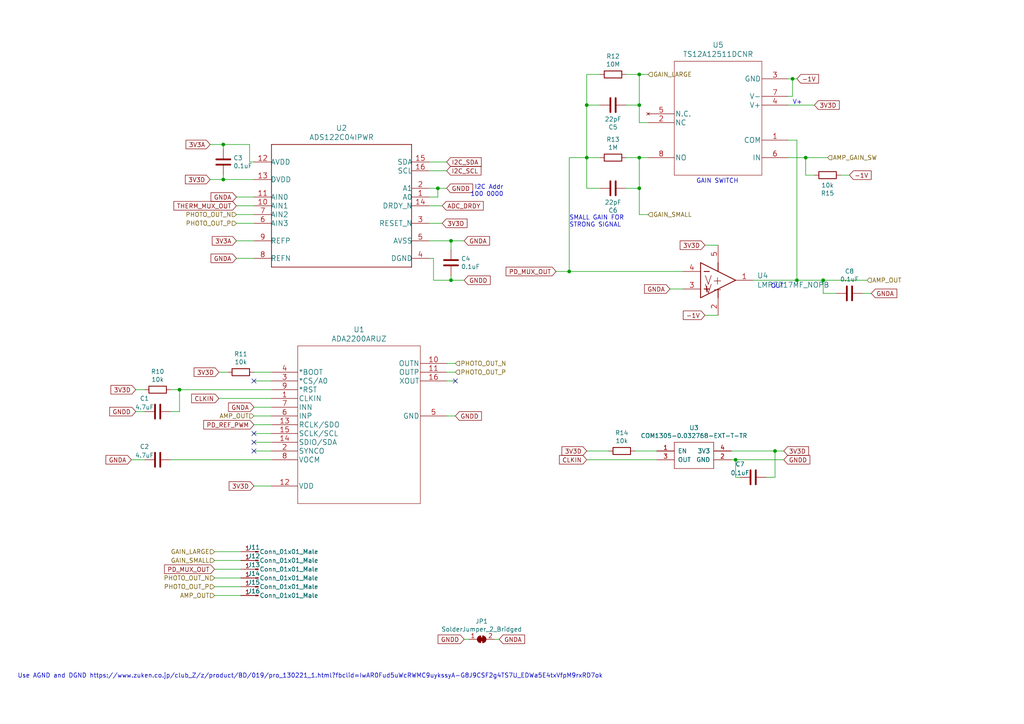
<source format=kicad_sch>
(kicad_sch (version 20211123) (generator eeschema)
  (paper "A4")
  (lib_symbols
    (symbol "Connector:Conn_01x01_Male" (pin_names (offset 1.016) hide)
      (property "Reference" "J" (at 0 2.54 0))
      (property "Value" "Conn_01x01_Male" (at 0 -2.54 0))
      (symbol "Conn_01x01_Male_1_1"
        (polyline (pts (xy 1.27 0) (xy 0.8636 0)) (stroke (width 0.1524)))
        (rectangle (start 0.8636 0.127) (end 0 -0.127) (stroke (width 0.1524)) (fill (type outline)))
        (pin passive line (at 5.08 0 180) (length 3.81) (name "Pin_1") (number "1"))
      )
    )
    (symbol "Device:C" (pin_numbers hide) (pin_names (offset 0.254))
      (property "Reference" "C" (at 0.635 2.54 0))
      (property "Value" "C" (at 0.635 -2.54 0))
      (symbol "C_0_1"
        (polyline (pts (xy -2.032 -0.762) (xy 2.032 -0.762)) (stroke (width 0.508)))
        (polyline (pts (xy -2.032 0.762) (xy 2.032 0.762)) (stroke (width 0.508)))
      )
      (symbol "C_1_1"
        (pin passive line (at 0 3.81 270) (length 2.794) (name "~") (number "1"))
        (pin passive line (at 0 -3.81 90) (length 2.794) (name "~") (number "2"))
      )
    )
    (symbol "Device:R" (pin_numbers hide) (pin_names (offset 0))
      (property "Reference" "R" (at 2.032 0 90))
      (property "Value" "R" (at 0 0 90))
      (symbol "R_0_1"
        (rectangle (start -1.016 -2.54) (end 1.016 2.54) (stroke (width 0.254)))
      )
      (symbol "R_1_1"
        (pin passive line (at 0 3.81 270) (length 1.27) (name "~") (number "1"))
        (pin passive line (at 0 -3.81 90) (length 1.27) (name "~") (number "2"))
      )
    )
    (symbol "Jumper:SolderJumper_2_Bridged" (pin_names (offset 0) hide)
      (property "Reference" "JP" (at 0 2.032 0))
      (property "Value" "SolderJumper_2_Bridged" (at 0 -2.54 0))
      (symbol "SolderJumper_2_Bridged_0_1"
        (rectangle (start -0.508 0.508) (end 0.508 -0.508) (fill (type outline)))
        (arc (start -0.254 1.016) (mid -1.27 0) (end -0.254 -1.016))
        (arc (start -0.254 1.016) (mid -1.27 0) (end -0.254 -1.016) (fill (type outline)))
        (polyline (pts (xy -0.254 1.016) (xy -0.254 -1.016)))
        (polyline (pts (xy 0.254 1.016) (xy 0.254 -1.016)))
        (arc (start 0.254 -1.016) (mid 1.27 0) (end 0.254 1.016))
        (arc (start 0.254 -1.016) (mid 1.27 0) (end 0.254 1.016) (fill (type outline)))
      )
      (symbol "SolderJumper_2_Bridged_1_1"
        (pin passive line (at -3.81 0 0) (length 2.54) (name "A") (number "1"))
        (pin passive line (at 3.81 0 180) (length 2.54) (name "B") (number "2"))
      )
    )
    (symbol "Ninja-qPCR:ADA2200ARUZ" (pin_names (offset 0.254))
      (property "Reference" "U" (at 25.4 12.7 0))
      (property "Value" "Ninja-qPCR_ADA2200ARUZ" (at 25.4 10.16 0))
      (symbol "ADA2200ARUZ_1_1"
        (polyline (pts (xy 7.62 -38.1) (xy 43.18 -38.1)) (stroke (width 0.127)))
        (polyline (pts (xy 7.62 7.62) (xy 7.62 -38.1)) (stroke (width 0.127)))
        (polyline (pts (xy 43.18 -38.1) (xy 43.18 7.62)) (stroke (width 0.127)))
        (polyline (pts (xy 43.18 7.62) (xy 7.62 7.62)) (stroke (width 0.127)))
        (pin unspecified line (at 0 -7.62 0) (length 7.62) (name "CLKIN") (number "1"))
        (pin unspecified line (at 50.8 2.54 180) (length 7.62) (name "OUTN") (number "10"))
        (pin unspecified line (at 50.8 0 180) (length 7.62) (name "OUTP") (number "11"))
        (pin unspecified line (at 0 -33.02 0) (length 7.62) (name "VDD") (number "12"))
        (pin unspecified line (at 0 -15.24 0) (length 7.62) (name "RCLK/SDO") (number "13"))
        (pin unspecified line (at 0 -20.32 0) (length 7.62) (name "SDIO/SDA") (number "14"))
        (pin unspecified line (at 0 -17.78 0) (length 7.62) (name "SCLK/SCL") (number "15"))
        (pin unspecified line (at 50.8 -2.54 180) (length 7.62) (name "XOUT") (number "16"))
        (pin unspecified line (at 0 -22.86 0) (length 7.62) (name "SYNCO") (number "2"))
        (pin unspecified line (at 0 -2.54 0) (length 7.62) (name "*CS/A0") (number "3"))
        (pin unspecified line (at 0 0 0) (length 7.62) (name "*BOOT") (number "4"))
        (pin unspecified line (at 50.8 -12.7 180) (length 7.62) (name "GND") (number "5"))
        (pin unspecified line (at 0 -12.7 0) (length 7.62) (name "INP") (number "6"))
        (pin unspecified line (at 0 -10.16 0) (length 7.62) (name "INN") (number "7"))
        (pin unspecified line (at 0 -25.4 0) (length 7.62) (name "VOCM") (number "8"))
        (pin unspecified line (at 0 -5.08 0) (length 7.62) (name "*RST") (number "9"))
      )
    )
    (symbol "Ninja-qPCR:ADS122C04IPWR" (pin_names (offset -0.254))
      (property "Reference" "U" (at 0 2.54 0))
      (property "Value" "Ninja-qPCR_ADS122C04IPWR" (at 0 0 0))
      (symbol "ADS122C04IPWR_1_1"
        (polyline (pts (xy -20.32 -17.78) (xy 20.32 -17.78)) (stroke (width 0.2032)))
        (polyline (pts (xy -20.32 17.78) (xy -20.32 -17.78)) (stroke (width 0.2032)))
        (polyline (pts (xy 20.32 -17.78) (xy 20.32 17.78)) (stroke (width 0.2032)))
        (polyline (pts (xy 20.32 17.78) (xy -20.32 17.78)) (stroke (width 0.2032)))
        (pin input line (at 25.4 2.54 180) (length 5.08) (name "A0") (number "1"))
        (pin input line (at -25.4 0 0) (length 5.08) (name "AIN1") (number "10"))
        (pin input line (at -25.4 2.54 0) (length 5.08) (name "AIN0") (number "11"))
        (pin power_in line (at -25.4 12.7 0) (length 5.08) (name "AVDD") (number "12"))
        (pin power_in line (at -25.4 7.62 0) (length 5.08) (name "DVDD") (number "13"))
        (pin output line (at 25.4 0 180) (length 5.08) (name "DRDY_N") (number "14"))
        (pin bidirectional line (at 25.4 12.7 180) (length 5.08) (name "SDA") (number "15"))
        (pin input line (at 25.4 10.16 180) (length 5.08) (name "SCL") (number "16"))
        (pin input line (at 25.4 5.08 180) (length 5.08) (name "A1") (number "2"))
        (pin input line (at 25.4 -5.08 180) (length 5.08) (name "RESET_N") (number "3"))
        (pin power_in line (at 25.4 -15.24 180) (length 5.08) (name "DGND") (number "4"))
        (pin power_in line (at 25.4 -10.16 180) (length 5.08) (name "AVSS") (number "5"))
        (pin input line (at -25.4 -5.08 0) (length 5.08) (name "AIN3") (number "6"))
        (pin input line (at -25.4 -2.54 0) (length 5.08) (name "AIN2") (number "7"))
        (pin input line (at -25.4 -15.24 0) (length 5.08) (name "REFN") (number "8"))
        (pin input line (at -25.4 -10.16 0) (length 5.08) (name "REFP") (number "9"))
      )
    )
    (symbol "Ninja-qPCR:COM1305-0.032768-EXT-T-TR" (pin_names (offset 1.016))
      (property "Reference" "U" (at 6.35 3.81 0))
      (property "Value" "Ninja-qPCR_COM1305-0.032768-EXT-T-TR" (at 11.43 -7.62 0))
      (symbol "COM1305-0.032768-EXT-T-TR_0_1"
        (rectangle (start 5.08 2.54) (end 16.51 -5.08))
      )
      (symbol "COM1305-0.032768-EXT-T-TR_1_1"
        (pin input line (at 0 0 0) (length 5.08) (name "EN") (number "1"))
        (pin input line (at 21.59 -2.54 180) (length 5.08) (name "GND") (number "2"))
        (pin input line (at 0 -2.54 0) (length 5.08) (name "OUT") (number "3"))
        (pin input line (at 21.59 0 180) (length 5.08) (name "3V3") (number "4"))
      )
    )
    (symbol "Ninja-qPCR:LMP7717MF_NOPB" (pin_names (offset 0) hide)
      (property "Reference" "U" (at 15.748 0.254 0))
      (property "Value" "Ninja-qPCR_LMP7717MF_NOPB" (at 15.748 -2.286 0))
      (symbol "LMP7717MF_NOPB_0_0"
        (text "V+" (at 3.81 -5.08 0) (effects (font (size 2.54 2.54))))
        (text "V-" (at 3.81 -7.62 0) (effects (font (size 2.54 2.54))))
      )
      (symbol "LMP7717MF_NOPB_1_1"
        (polyline (pts (xy 0 -10.16) (xy 10.16 -5.08)) (stroke (width 0.254)))
        (polyline (pts (xy 0 0) (xy 0 -10.16)) (stroke (width 0.254)))
        (polyline (pts (xy 0 0) (xy 10.16 -5.08)) (stroke (width 0.254)))
        (polyline (pts (xy 1.016 -7.62) (xy 2.54 -7.62)) (stroke (width 0.254)))
        (polyline (pts (xy 1.016 -2.54) (xy 2.54 -2.54)) (stroke (width 0.254)))
        (polyline (pts (xy 1.778 -6.858) (xy 1.778 -8.382)) (stroke (width 0.254)))
        (polyline (pts (xy 5.08 -7.62) (xy 5.08 -10.16)) (stroke (width 0.254)))
        (polyline (pts (xy 5.08 0) (xy 5.08 -2.54)) (stroke (width 0.254)))
        (pin output line (at 15.24 -5.08 180) (length 5.08) (name "OUT") (number "1"))
        (pin power_in line (at 5.08 -15.24 90) (length 5.08) (name "V-") (number "2"))
        (pin input line (at -5.08 -7.62 0) (length 5.08) (name "IN+") (number "3"))
        (pin input line (at -5.08 -2.54 0) (length 5.08) (name "IN-") (number "4"))
        (pin power_in line (at 5.08 5.08 270) (length 5.08) (name "V+") (number "5"))
      )
    )
    (symbol "Ninja-qPCR:TS12A12511DCNR" (pin_names (offset 0.254))
      (property "Reference" "U" (at 20.32 10.16 0))
      (property "Value" "Ninja-qPCR_TS12A12511DCNR" (at 20.32 7.62 0))
      (symbol "TS12A12511DCNR_1_1"
        (polyline (pts (xy 7.62 -27.94) (xy 33.02 -27.94)) (stroke (width 0.127)))
        (polyline (pts (xy 7.62 5.08) (xy 7.62 -27.94)) (stroke (width 0.127)))
        (polyline (pts (xy 33.02 -27.94) (xy 33.02 5.08)) (stroke (width 0.127)))
        (polyline (pts (xy 33.02 5.08) (xy 7.62 5.08)) (stroke (width 0.127)))
        (pin bidirectional line (at 0 -5.08 0) (length 7.62) (name "COM") (number "1"))
        (pin output line (at 40.64 -10.16 180) (length 7.62) (name "NC") (number "2"))
        (pin power_in line (at 0 -22.86 0) (length 7.62) (name "GND") (number "3"))
        (pin power_in line (at 0 -15.24 0) (length 7.62) (name "V+") (number "4"))
        (pin no_connect line (at 40.64 -12.7 180) (length 7.62) (name "N.C.") (number "5"))
        (pin input line (at 0 0 0) (length 7.62) (name "IN") (number "6"))
        (pin power_in line (at 0 -17.78 0) (length 7.62) (name "V-") (number "7"))
        (pin output line (at 40.64 0 180) (length 7.62) (name "NO") (number "8"))
      )
    )
  )
  (junction (at 130.81 81.28))
  (junction (at 170.18 30.48))
  (junction (at 229.87 22.86))
  (junction (at 130.81 69.85))
  (junction (at 64.77 52.07))
  (junction (at 233.68 45.72))
  (junction (at 224.79 130.81))
  (junction (at 185.42 54.61))
  (junction (at 185.42 45.72))
  (junction (at 52.07 113.03))
  (junction (at 185.42 30.48))
  (junction (at 127 54.61))
  (junction (at 165.1 78.74))
  (junction (at 170.18 45.72))
  (junction (at 213.36 133.35))
  (junction (at 64.77 41.91))
  (junction (at 185.42 21.59))
  (junction (at 238.76 81.28))
  (junction (at 231.14 81.28))
  (no_connect (at 132.08 110.49))
  (no_connect (at 73.66 110.49))
  (no_connect (at 73.66 130.81))
  (no_connect (at 73.66 125.73))
  (no_connect (at 73.66 128.27))
  (wire (pts (xy 124.46 54.61) (xy 127 54.61)))
  (wire (pts (xy 170.18 54.61) (xy 170.18 45.72)))
  (wire (pts (xy 185.42 30.48) (xy 185.42 21.59)))
  (wire (pts (xy 73.66 123.19) (xy 78.74 123.19)))
  (wire (pts (xy 64.77 41.91) (xy 72.39 41.91)))
  (wire (pts (xy 62.23 167.64) (xy 69.85 167.64)))
  (wire (pts (xy 229.87 22.86) (xy 228.6 22.86)))
  (wire (pts (xy 124.46 49.53) (xy 129.54 49.53)))
  (wire (pts (xy 185.42 45.72) (xy 187.96 45.72)))
  (wire (pts (xy 170.18 133.35) (xy 190.5 133.35)))
  (wire (pts (xy 125.73 81.28) (xy 125.73 74.93)))
  (wire (pts (xy 170.18 21.59) (xy 170.18 30.48)))
  (wire (pts (xy 176.53 130.81) (xy 170.18 130.81)))
  (wire (pts (xy 73.66 128.27) (xy 78.74 128.27)))
  (wire (pts (xy 62.23 160.02) (xy 69.85 160.02)))
  (wire (pts (xy 78.74 107.95) (xy 73.66 107.95)))
  (wire (pts (xy 73.66 130.81) (xy 78.74 130.81)))
  (wire (pts (xy 229.87 27.94) (xy 229.87 22.86)))
  (wire (pts (xy 185.42 35.56) (xy 185.42 30.48)))
  (wire (pts (xy 233.68 45.72) (xy 228.6 45.72)))
  (wire (pts (xy 134.62 185.42) (xy 135.89 185.42)))
  (wire (pts (xy 60.96 41.91) (xy 64.77 41.91)))
  (wire (pts (xy 213.36 133.35) (xy 227.33 133.35)))
  (wire (pts (xy 127 54.61) (xy 129.54 54.61)))
  (wire (pts (xy 181.61 21.59) (xy 185.42 21.59)))
  (wire (pts (xy 233.68 45.72) (xy 240.03 45.72)))
  (wire (pts (xy 224.79 138.43) (xy 224.79 130.81)))
  (wire (pts (xy 236.22 30.48) (xy 228.6 30.48)))
  (wire (pts (xy 38.1 133.35) (xy 41.91 133.35)))
  (wire (pts (xy 173.99 30.48) (xy 170.18 30.48)))
  (wire (pts (xy 128.27 59.69) (xy 124.46 59.69)))
  (wire (pts (xy 134.62 81.28) (xy 130.81 81.28)))
  (wire (pts (xy 181.61 54.61) (xy 185.42 54.61)))
  (wire (pts (xy 194.31 83.82) (xy 198.12 83.82)))
  (wire (pts (xy 60.96 52.07) (xy 64.77 52.07)))
  (wire (pts (xy 73.66 118.11) (xy 78.74 118.11)))
  (wire (pts (xy 124.46 46.99) (xy 129.54 46.99)))
  (wire (pts (xy 62.23 170.18) (xy 69.85 170.18)))
  (wire (pts (xy 173.99 54.61) (xy 170.18 54.61)))
  (wire (pts (xy 165.1 45.72) (xy 165.1 78.74)))
  (wire (pts (xy 78.74 125.73) (xy 73.66 125.73)))
  (wire (pts (xy 72.39 46.99) (xy 73.66 46.99)))
  (wire (pts (xy 173.99 21.59) (xy 170.18 21.59)))
  (wire (pts (xy 231.14 40.64) (xy 228.6 40.64)))
  (wire (pts (xy 224.79 130.81) (xy 227.33 130.81)))
  (wire (pts (xy 233.68 45.72) (xy 233.68 50.8)))
  (wire (pts (xy 73.66 140.97) (xy 78.74 140.97)))
  (wire (pts (xy 62.23 162.56) (xy 69.85 162.56)))
  (wire (pts (xy 204.47 91.44) (xy 208.28 91.44)))
  (wire (pts (xy 49.53 113.03) (xy 52.07 113.03)))
  (wire (pts (xy 252.73 85.09) (xy 250.19 85.09)))
  (wire (pts (xy 130.81 72.39) (xy 130.81 69.85)))
  (wire (pts (xy 170.18 30.48) (xy 170.18 45.72)))
  (wire (pts (xy 170.18 45.72) (xy 173.99 45.72)))
  (wire (pts (xy 144.78 185.42) (xy 143.51 185.42)))
  (wire (pts (xy 124.46 57.15) (xy 127 57.15)))
  (wire (pts (xy 132.08 105.41) (xy 129.54 105.41)))
  (wire (pts (xy 68.58 69.85) (xy 73.66 69.85)))
  (wire (pts (xy 128.27 64.77) (xy 124.46 64.77)))
  (wire (pts (xy 64.77 43.18) (xy 64.77 41.91)))
  (wire (pts (xy 68.58 57.15) (xy 73.66 57.15)))
  (wire (pts (xy 185.42 45.72) (xy 181.61 45.72)))
  (wire (pts (xy 218.44 81.28) (xy 231.14 81.28)))
  (wire (pts (xy 181.61 30.48) (xy 185.42 30.48)))
  (wire (pts (xy 62.23 172.72) (xy 69.85 172.72)))
  (wire (pts (xy 52.07 113.03) (xy 78.74 113.03)))
  (wire (pts (xy 246.38 50.8) (xy 243.84 50.8)))
  (wire (pts (xy 73.66 110.49) (xy 78.74 110.49)))
  (wire (pts (xy 198.12 78.74) (xy 165.1 78.74)))
  (wire (pts (xy 231.14 22.86) (xy 229.87 22.86)))
  (wire (pts (xy 213.36 138.43) (xy 213.36 133.35)))
  (wire (pts (xy 64.77 52.07) (xy 73.66 52.07)))
  (wire (pts (xy 49.53 133.35) (xy 78.74 133.35)))
  (wire (pts (xy 132.08 110.49) (xy 129.54 110.49)))
  (wire (pts (xy 130.81 69.85) (xy 134.62 69.85)))
  (wire (pts (xy 161.29 78.74) (xy 165.1 78.74)))
  (wire (pts (xy 187.96 62.23) (xy 185.42 62.23)))
  (wire (pts (xy 39.37 119.38) (xy 41.91 119.38)))
  (wire (pts (xy 125.73 74.93) (xy 124.46 74.93)))
  (wire (pts (xy 214.63 138.43) (xy 213.36 138.43)))
  (wire (pts (xy 212.09 133.35) (xy 213.36 133.35)))
  (wire (pts (xy 233.68 50.8) (xy 236.22 50.8)))
  (wire (pts (xy 231.14 81.28) (xy 238.76 81.28)))
  (wire (pts (xy 52.07 119.38) (xy 52.07 113.03)))
  (wire (pts (xy 63.5 107.95) (xy 66.04 107.95)))
  (wire (pts (xy 238.76 85.09) (xy 238.76 81.28)))
  (wire (pts (xy 127 57.15) (xy 127 54.61)))
  (wire (pts (xy 68.58 62.23) (xy 73.66 62.23)))
  (wire (pts (xy 242.57 85.09) (xy 238.76 85.09)))
  (wire (pts (xy 187.96 21.59) (xy 185.42 21.59)))
  (wire (pts (xy 39.37 113.03) (xy 41.91 113.03)))
  (wire (pts (xy 222.25 138.43) (xy 224.79 138.43)))
  (wire (pts (xy 68.58 59.69) (xy 73.66 59.69)))
  (wire (pts (xy 72.39 41.91) (xy 72.39 46.99)))
  (wire (pts (xy 238.76 81.28) (xy 251.46 81.28)))
  (wire (pts (xy 231.14 40.64) (xy 231.14 81.28)))
  (wire (pts (xy 132.08 107.95) (xy 129.54 107.95)))
  (wire (pts (xy 184.15 130.81) (xy 190.5 130.81)))
  (wire (pts (xy 64.77 50.8) (xy 64.77 52.07)))
  (wire (pts (xy 73.66 74.93) (xy 68.58 74.93)))
  (wire (pts (xy 185.42 54.61) (xy 185.42 62.23)))
  (wire (pts (xy 212.09 130.81) (xy 224.79 130.81)))
  (wire (pts (xy 204.47 71.12) (xy 208.28 71.12)))
  (wire (pts (xy 73.66 120.65) (xy 78.74 120.65)))
  (wire (pts (xy 62.23 165.1) (xy 69.85 165.1)))
  (wire (pts (xy 228.6 27.94) (xy 229.87 27.94)))
  (wire (pts (xy 132.08 120.65) (xy 129.54 120.65)))
  (wire (pts (xy 124.46 69.85) (xy 130.81 69.85)))
  (wire (pts (xy 130.81 81.28) (xy 125.73 81.28)))
  (wire (pts (xy 130.81 81.28) (xy 130.81 80.01)))
  (wire (pts (xy 49.53 119.38) (xy 52.07 119.38)))
  (wire (pts (xy 185.42 54.61) (xy 185.42 45.72)))
  (wire (pts (xy 73.66 64.77) (xy 68.58 64.77)))
  (wire (pts (xy 170.18 45.72) (xy 165.1 45.72)))
  (wire (pts (xy 63.5 115.57) (xy 78.74 115.57)))
  (wire (pts (xy 185.42 35.56) (xy 187.96 35.56)))
  (text "GAIN SWITCH" (at 201.93 53.34 0) (effects (font (size 1.27 1.27)) (justify left bottom)))
  (text "OUT" (at 223.52 83.82 0) (effects (font (size 1.27 1.27)) (justify left bottom)))
  (text "SMALL GAIN FOR\nSTRONG SIGNAL" (at 165.1 66.04 0) (effects (font (size 1.27 1.27)) (justify left bottom)))
  (text "I2C Addr\n100 0000" (at 146.05 57.15 180) (effects (font (size 1.27 1.27)) (justify right bottom)))
  (text "V+" (at 229.87 30.48 0) (effects (font (size 1.27 1.27)) (justify left bottom)))
  (text "Use AGND and DGND  https://www.zuken.co.jp/club_Z/z/product/BD/019/pro_130221_1.html?fbclid=IwAR0Fud5uWcRWMC9uykssyA-G8J9CSF2g4TS7U_EDWa5E4txVfpM9rxRD7ok" (at 5.08 196.85 0) (effects (font (size 1.27 1.27)) (justify left bottom)))
  (global_label "PD_REF_PWM" (shape input) (at 73.66 123.19 180) (property "Intersheet References" "${INTERSHEET_REFS}" (effects hide)))
  (global_label "PD_MUX_OUT" (shape input) (at 62.23 165.1 180) (property "Intersheet References" "${INTERSHEET_REFS}" (effects hide)))
  (global_label "CLKIN" (shape input) (at 63.5 115.57 180) (property "Intersheet References" "${INTERSHEET_REFS}" (effects hide)))
  (global_label "GNDA" (shape input) (at 68.58 74.93 180) (property "Intersheet References" "${INTERSHEET_REFS}" (effects hide)))
  (global_label "3V3D" (shape input) (at 73.66 140.97 180) (property "Intersheet References" "${INTERSHEET_REFS}" (effects hide)))
  (global_label "3V3D" (shape input) (at 128.27 64.77 0) (property "Intersheet References" "${INTERSHEET_REFS}" (effects hide)))
  (global_label "GNDA" (shape input) (at 144.78 185.42 0) (property "Intersheet References" "${INTERSHEET_REFS}" (effects hide)))
  (global_label "-1V" (shape input) (at 246.38 50.8 0) (property "Intersheet References" "${INTERSHEET_REFS}" (effects hide)))
  (global_label "3V3A" (shape input) (at 60.96 41.91 180) (property "Intersheet References" "${INTERSHEET_REFS}" (effects hide)))
  (global_label "-1V" (shape input) (at 204.47 91.44 180) (property "Intersheet References" "${INTERSHEET_REFS}" (effects hide)))
  (global_label "I2C_SDA" (shape input) (at 129.54 46.99 0) (property "Intersheet References" "${INTERSHEET_REFS}" (effects hide)))
  (global_label "GNDD" (shape input) (at 129.54 54.61 0) (property "Intersheet References" "${INTERSHEET_REFS}" (effects hide)))
  (global_label "GNDD" (shape input) (at 134.62 185.42 180) (property "Intersheet References" "${INTERSHEET_REFS}" (effects hide)))
  (global_label "GNDA" (shape input) (at 73.66 118.11 180) (property "Intersheet References" "${INTERSHEET_REFS}" (effects hide)))
  (global_label "3V3D" (shape input) (at 63.5 107.95 180) (property "Intersheet References" "${INTERSHEET_REFS}" (effects hide)))
  (global_label "I2C_SCL" (shape input) (at 129.54 49.53 0) (property "Intersheet References" "${INTERSHEET_REFS}" (effects hide)))
  (global_label "GNDD" (shape input) (at 134.62 81.28 0) (property "Intersheet References" "${INTERSHEET_REFS}" (effects hide)))
  (global_label "3V3D" (shape input) (at 204.47 71.12 180) (property "Intersheet References" "${INTERSHEET_REFS}" (effects hide)))
  (global_label "CLKIN" (shape input) (at 170.18 133.35 180) (property "Intersheet References" "${INTERSHEET_REFS}" (effects hide)))
  (global_label "3V3A" (shape input) (at 68.58 69.85 180) (property "Intersheet References" "${INTERSHEET_REFS}" (effects hide)))
  (global_label "3V3D" (shape input) (at 227.33 130.81 0) (property "Intersheet References" "${INTERSHEET_REFS}" (effects hide)))
  (global_label "THERM_MUX_OUT" (shape input) (at 68.58 59.69 180) (property "Intersheet References" "${INTERSHEET_REFS}" (effects hide)))
  (global_label "GNDD" (shape input) (at 39.37 119.38 180) (property "Intersheet References" "${INTERSHEET_REFS}" (effects hide)))
  (global_label "3V3D" (shape input) (at 39.37 113.03 180) (property "Intersheet References" "${INTERSHEET_REFS}" (effects hide)))
  (global_label "3V3D" (shape input) (at 236.22 30.48 0) (property "Intersheet References" "${INTERSHEET_REFS}" (effects hide)))
  (global_label "GNDD" (shape input) (at 132.08 120.65 0) (property "Intersheet References" "${INTERSHEET_REFS}" (effects hide)))
  (global_label "GNDA" (shape input) (at 252.73 85.09 0) (property "Intersheet References" "${INTERSHEET_REFS}" (effects hide)))
  (global_label "GNDD" (shape input) (at 227.33 133.35 0) (property "Intersheet References" "${INTERSHEET_REFS}" (effects hide)))
  (global_label "3V3D" (shape input) (at 60.96 52.07 180) (property "Intersheet References" "${INTERSHEET_REFS}" (effects hide)))
  (global_label "GNDA" (shape input) (at 38.1 133.35 180) (property "Intersheet References" "${INTERSHEET_REFS}" (effects hide)))
  (global_label "PD_MUX_OUT" (shape input) (at 161.29 78.74 180) (property "Intersheet References" "${INTERSHEET_REFS}" (effects hide)))
  (global_label "GNDA" (shape input) (at 68.58 57.15 180) (property "Intersheet References" "${INTERSHEET_REFS}" (effects hide)))
  (global_label "3V3D" (shape input) (at 170.18 130.81 180) (property "Intersheet References" "${INTERSHEET_REFS}" (effects hide)))
  (global_label "GNDA" (shape input) (at 194.31 83.82 180) (property "Intersheet References" "${INTERSHEET_REFS}" (effects hide)))
  (global_label "-1V" (shape input) (at 231.14 22.86 0) (property "Intersheet References" "${INTERSHEET_REFS}" (effects hide)))
  (global_label "ADC_DRDY" (shape input) (at 128.27 59.69 0) (property "Intersheet References" "${INTERSHEET_REFS}" (effects hide)))
  (global_label "GNDA" (shape input) (at 134.62 69.85 0) (property "Intersheet References" "${INTERSHEET_REFS}" (effects hide)))
  (hierarchical_label "GAIN_LARGE" (shape input) (at 62.23 160.02 180))
  (hierarchical_label "GAIN_SMALL" (shape input) (at 187.96 62.23 0))
  (hierarchical_label "PHOTO_OUT_P" (shape input) (at 68.58 64.77 180))
  (hierarchical_label "AMP_GAIN_SW" (shape input) (at 240.03 45.72 0))
  (hierarchical_label "GAIN_LARGE" (shape input) (at 187.96 21.59 0))
  (hierarchical_label "GAIN_SMALL" (shape input) (at 62.23 162.56 180))
  (hierarchical_label "PHOTO_OUT_N" (shape input) (at 62.23 167.64 180))
  (hierarchical_label "AMP_OUT" (shape input) (at 251.46 81.28 0))
  (hierarchical_label "PHOTO_OUT_P" (shape input) (at 62.23 170.18 180))
  (hierarchical_label "PHOTO_OUT_N" (shape input) (at 132.08 105.41 0))
  (hierarchical_label "PHOTO_OUT_N" (shape input) (at 68.58 62.23 180))
  (hierarchical_label "PHOTO_OUT_P" (shape input) (at 132.08 107.95 0))
  (hierarchical_label "AMP_OUT" (shape input) (at 73.66 120.65 180))
  (hierarchical_label "AMP_OUT" (shape input) (at 62.23 172.72 180))
  (symbol (lib_id "Connector:Conn_01x01_Male") (at 74.93 160.02 0) (mirror y) (unit 1)
    (property "Reference" "J11" (at 73.66 158.75 0))
    (property "Value" "Conn_01x01_Male" (at 83.82 160.02 0))
    (property "Footprint" "Pin_Headers:Pin_Header_Straight_1x01_Pitch2.54mm" (effects hide))
  )
  (symbol (lib_id "Connector:Conn_01x01_Male") (at 74.93 162.56 0) (mirror y) (unit 1)
    (property "Reference" "J12" (at 73.66 161.29 0))
    (property "Value" "Conn_01x01_Male" (at 83.82 162.56 0))
    (property "Footprint" "Pin_Headers:Pin_Header_Straight_1x01_Pitch2.54mm" (effects hide))
  )
  (symbol (lib_id "Connector:Conn_01x01_Male") (at 74.93 165.1 0) (mirror y) (unit 1)
    (property "Reference" "J13" (at 73.66 163.83 0))
    (property "Value" "Conn_01x01_Male" (at 83.82 165.1 0))
    (property "Footprint" "Pin_Headers:Pin_Header_Straight_1x01_Pitch2.54mm" (effects hide))
  )
  (symbol (lib_id "Ninja-qPCR:ADA2200ARUZ") (at 78.74 107.95 0) (unit 1)
    (property "Reference" "U1" (at 104.14 95.5802 0) (effects (font (size 1.524 1.524))))
    (property "Value" "ADA2200ARUZ" (at 104.14 98.2726 0) (effects (font (size 1.524 1.524))))
    (property "Footprint" "Ninja-qPCR:ADA2200ARUZ" (effects hide))
  )
  (symbol (lib_id "Device:R") (at 69.85 107.95 270) (unit 1)
    (property "Reference" "R11" (at 69.85 102.6922 90))
    (property "Value" "10k" (at 69.85 105.0036 90))
    (property "Footprint" "Resistors_SMD:R_0603" (effects hide))
  )
  (symbol (lib_id "Device:R") (at 45.72 113.03 270) (unit 1)
    (property "Reference" "R10" (at 45.72 107.7722 90))
    (property "Value" "10k" (at 45.72 110.0836 90))
    (property "Footprint" "Resistors_SMD:R_0603" (effects hide))
  )
  (symbol (lib_id "Device:C") (at 45.72 133.35 270) (unit 1)
    (property "Reference" "C2" (at 41.91 129.54 90))
    (property "Value" "4.7uF" (at 41.91 132.08 90))
    (property "Footprint" "Capacitors_SMD:C_0805" (effects hide))
  )
  (symbol (lib_id "Device:C") (at 177.8 30.48 270) (mirror x) (unit 1)
    (property "Reference" "C5" (at 177.8 36.8808 90))
    (property "Value" "22pF" (at 177.8 34.5694 90))
    (property "Footprint" "Capacitors_SMD:C_0603" (effects hide))
  )
  (symbol (lib_id "Device:C") (at 246.38 85.09 270) (unit 1)
    (property "Reference" "C8" (at 246.38 78.6892 90))
    (property "Value" "0.1uF" (at 246.38 81.0006 90))
    (property "Footprint" "Capacitors_SMD:C_0603" (effects hide))
  )
  (symbol (lib_id "Device:R") (at 177.8 45.72 90) (mirror x) (unit 1)
    (property "Reference" "R13" (at 177.8 40.4622 90))
    (property "Value" "1M" (at 177.8 42.7736 90))
    (property "Footprint" "Resistors_SMD:R_0603" (effects hide))
  )
  (symbol (lib_id "Device:C") (at 177.8 54.61 270) (mirror x) (unit 1)
    (property "Reference" "C6" (at 177.8 61.0108 90))
    (property "Value" "22pF" (at 177.8 58.6994 90))
    (property "Footprint" "Capacitors_SMD:C_0603" (effects hide))
  )
  (symbol (lib_id "Device:R") (at 240.03 50.8 90) (unit 1)
    (property "Reference" "R15" (at 240.03 56.0578 90))
    (property "Value" "10k" (at 240.03 53.7464 90))
    (property "Footprint" "Resistors_SMD:R_0603" (effects hide))
  )
  (symbol (lib_id "Device:R") (at 177.8 21.59 90) (mirror x) (unit 1)
    (property "Reference" "R12" (at 177.8 16.3322 90))
    (property "Value" "10M" (at 177.8 18.6436 90))
    (property "Footprint" "Resistors_SMD:R_0603" (effects hide))
  )
  (symbol (lib_id "Device:R") (at 180.34 130.81 270) (unit 1)
    (property "Reference" "R14" (at 180.34 125.5522 90))
    (property "Value" "10k" (at 180.34 127.8636 90))
    (property "Footprint" "Resistors_SMD:R_0603" (effects hide))
  )
  (symbol (lib_id "Device:C") (at 45.72 119.38 270) (unit 1)
    (property "Reference" "C1" (at 41.91 115.57 90))
    (property "Value" "4.7uF" (at 41.91 118.11 90))
    (property "Footprint" "Capacitors_SMD:C_0805" (effects hide))
  )
  (symbol (lib_id "Ninja-qPCR:ADS122C04IPWR") (at 99.06 59.69 0) (unit 1)
    (property "Reference" "U2" (at 99.06 37.1348 0) (effects (font (size 1.524 1.524))))
    (property "Value" "ADS122C04IPWR" (at 99.06 39.8272 0) (effects (font (size 1.524 1.524))))
    (property "Footprint" "Ninja-qPCR:ADS122C04IPWR" (effects hide))
  )
  (symbol (lib_id "Ninja-qPCR:TS12A12511DCNR") (at 228.6 45.72 180) (unit 1)
    (property "Reference" "U5" (at 208.28 13.0302 0) (effects (font (size 1.524 1.524))))
    (property "Value" "TS12A12511DCNR" (at 208.28 15.7226 0) (effects (font (size 1.524 1.524))))
    (property "Footprint" "TO_SOT_Packages_SMD:SOT-23-8" (effects hide))
  )
  (symbol (lib_id "Ninja-qPCR:LMP7717MF_NOPB") (at 203.2 76.2 0) (unit 1)
    (property "Reference" "U4" (at 219.5576 79.9338 0) (effects (font (size 1.524 1.524)) (justify left)))
    (property "Value" "LMP7717MF_NOPB" (at 219.5576 82.6262 0) (effects (font (size 1.524 1.524)) (justify left)))
    (property "Footprint" "TO_SOT_Packages_SMD:SOT-23-5" (effects hide))
  )
  (symbol (lib_id "Device:C") (at 64.77 46.99 0) (unit 1)
    (property "Reference" "C3" (at 67.691 45.8216 0) (effects (justify left)))
    (property "Value" "0.1uF" (at 67.691 48.133 0) (effects (justify left)))
    (property "Footprint" "Capacitors_SMD:C_0603" (effects hide))
  )
  (symbol (lib_id "Device:C") (at 130.81 76.2 0) (unit 1)
    (property "Reference" "C4" (at 133.731 75.0316 0) (effects (justify left)))
    (property "Value" "0.1uF" (at 133.731 77.343 0) (effects (justify left)))
    (property "Footprint" "Capacitors_SMD:C_0603" (effects hide))
  )
  (symbol (lib_id "Device:C") (at 218.44 138.43 270) (unit 1)
    (property "Reference" "C7" (at 214.63 134.62 90))
    (property "Value" "0.1uF" (at 214.63 137.16 90))
    (property "Footprint" "Capacitors_SMD:C_0603" (effects hide))
  )
  (symbol (lib_id "Ninja-qPCR:COM1305-0.032768-EXT-T-TR") (at 190.5 130.81 0) (unit 1)
    (property "Reference" "U3" (at 201.295 124.079 0))
    (property "Value" "COM1305-0.032768-EXT-T-TR" (at 201.295 126.3904 0))
    (property "Footprint" "Ninja-qPCR:ASDK-32.768KHZ-LRT" (effects hide))
  )
  (symbol (lib_id "Jumper:SolderJumper_2_Bridged") (at 139.7 185.42 0) (unit 1)
    (property "Reference" "JP1" (at 139.7 180.213 0))
    (property "Value" "SolderJumper_2_Bridged" (at 139.7 182.5244 0))
    (property "Footprint" "Jumper:SolderJumper-2_P1.3mm_Bridged_RoundedPad1.0x1.5mm" (effects hide))
  )
  (symbol (lib_id "Connector:Conn_01x01_Male") (at 74.93 167.64 0) (mirror y) (unit 1)
    (property "Reference" "J14" (at 73.66 166.37 0))
    (property "Value" "Conn_01x01_Male" (at 83.82 167.64 0))
    (property "Footprint" "Pin_Headers:Pin_Header_Straight_1x01_Pitch2.54mm" (effects hide))
  )
  (symbol (lib_id "Connector:Conn_01x01_Male") (at 74.93 170.18 0) (mirror y) (unit 1)
    (property "Reference" "J15" (at 73.66 168.91 0))
    (property "Value" "Conn_01x01_Male" (at 83.82 170.18 0))
    (property "Footprint" "Pin_Headers:Pin_Header_Straight_1x01_Pitch2.54mm" (effects hide))
  )
  (symbol (lib_id "Connector:Conn_01x01_Male") (at 74.93 172.72 0) (mirror y) (unit 1)
    (property "Reference" "J16" (at 73.66 171.45 0))
    (property "Value" "Conn_01x01_Male" (at 83.82 172.72 0))
    (property "Footprint" "Pin_Headers:Pin_Header_Straight_1x01_Pitch2.54mm" (effects hide))
  )
)
</source>
